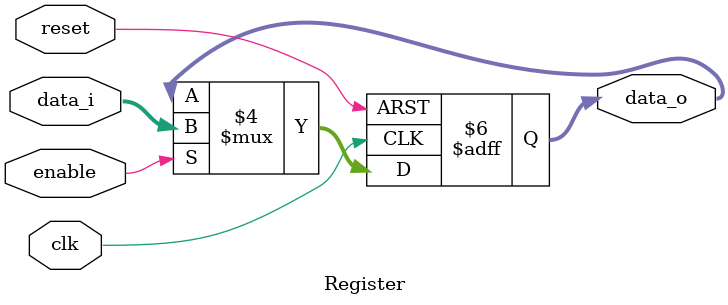
<source format=v>
/******************************************************************
* Description
*	This the basic register that is used in the register file
*	1.0
* Author:
*	Dr. José Luis Pizano Escalante
* email:
*	luispizano@iteso.mx
* Date:
*	05/07/2020
******************************************************************/
module Register
#(
	parameter N_BITS = 32
)
(
	input clk,
	input reset,
	input enable,
	input  [N_BITS - 1 : 0] data_i,
	
	
	output reg [N_BITS - 1:0] data_o
);

always@(negedge reset or posedge clk) begin
	if(reset==0)
		data_o <= 0;
	else	
		if(enable == 1)
			data_o <= data_i;
end

endmodule

</source>
